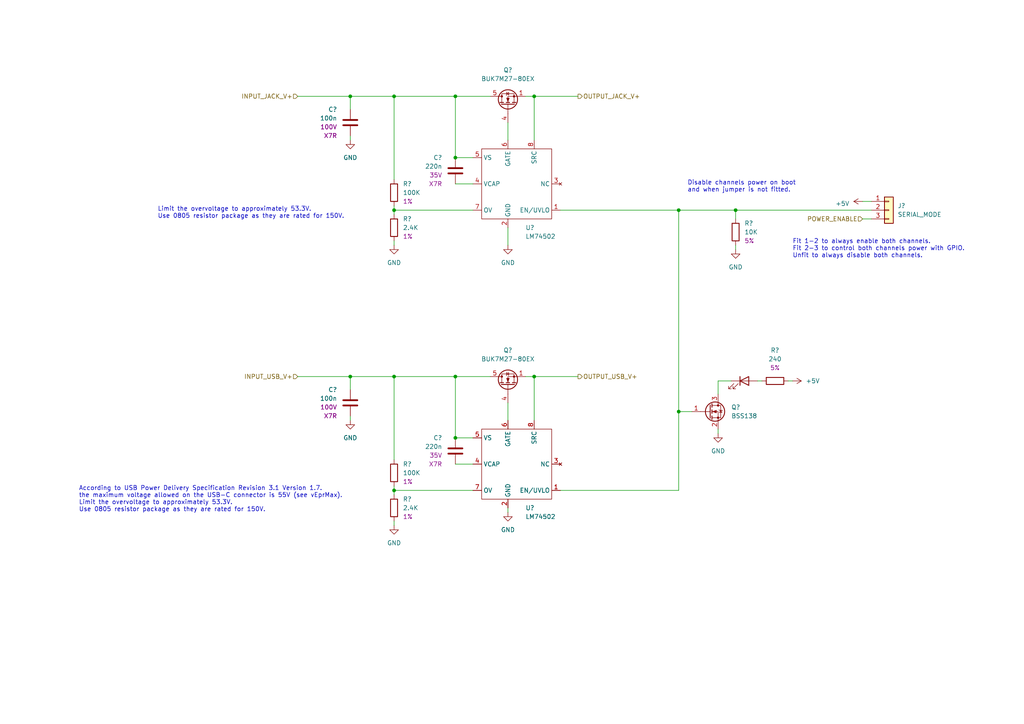
<source format=kicad_sch>
(kicad_sch (version 20230121) (generator eeschema)
  (paper "A4")
  (title_block (title "uCIme Lite power switches") (date "2023-03-27") (company "(C) BayLibre"))
  (lib_symbols
    (symbol "Connector_Generic:Conn_01x03" (pin_names (offset 1.016) hide)
      (property "Reference" "J" (at 0 5.08 0))
      (property "Value" "Conn_01x03" (at 0 -5.08 0))
      (symbol "Conn_01x03_1_1"
        (rectangle (start -1.27 -2.413) (end 0 -2.667) (stroke (width 0.1524)))
        (rectangle (start -1.27 0.127) (end 0 -0.127) (stroke (width 0.1524)))
        (rectangle (start -1.27 2.667) (end 0 2.413) (stroke (width 0.1524)))
        (rectangle (start -1.27 3.81) (end 1.27 -3.81) (stroke (width 0.254)) (fill (type background)))
        (pin passive line (at -5.08 2.54 0) (length 3.81) (name "Pin_1") (number "1"))
        (pin passive line (at -5.08 0 0) (length 3.81) (name "Pin_2") (number "2"))
        (pin passive line (at -5.08 -2.54 0) (length 3.81) (name "Pin_3") (number "3"))
      )
    )
    (symbol "Device:C" (pin_numbers hide) (pin_names (offset 0.254))
      (property "Reference" "C" (at 0.635 2.54 0))
      (property "Value" "C" (at 0.635 -2.54 0))
      (symbol "C_0_1"
        (polyline (pts (xy -2.032 -0.762) (xy 2.032 -0.762)) (stroke (width 0.508)))
        (polyline (pts (xy -2.032 0.762) (xy 2.032 0.762)) (stroke (width 0.508)))
      )
      (symbol "C_1_1"
        (pin passive line (at 0 3.81 270) (length 2.794) (name "~") (number "1"))
        (pin passive line (at 0 -3.81 90) (length 2.794) (name "~") (number "2"))
      )
    )
    (symbol "Device:LED" (pin_numbers hide) (pin_names (offset 1.016) hide)
      (property "Reference" "D" (at 0 2.54 0))
      (property "Value" "LED" (at 0 -2.54 0))
      (symbol "LED_0_1"
        (polyline (pts (xy -1.27 -1.27) (xy -1.27 1.27)) (stroke (width 0.254)))
        (polyline (pts (xy -1.27 0) (xy 1.27 0)))
        (polyline (pts (xy 1.27 -1.27) (xy 1.27 1.27) (xy -1.27 0) (xy 1.27 -1.27)) (stroke (width 0.254)))
        (polyline (pts (xy -3.048 -0.762) (xy -4.572 -2.286) (xy -3.81 -2.286) (xy -4.572 -2.286) (xy -4.572 -1.524)))
        (polyline (pts (xy -1.778 -0.762) (xy -3.302 -2.286) (xy -2.54 -2.286) (xy -3.302 -2.286) (xy -3.302 -1.524)))
      )
      (symbol "LED_1_1"
        (pin passive line (at -3.81 0 0) (length 2.54) (name "K") (number "1"))
        (pin passive line (at 3.81 0 180) (length 2.54) (name "A") (number "2"))
      )
    )
    (symbol "Device:R" (pin_numbers hide) (pin_names (offset 0))
      (property "Reference" "R" (at 2.032 0 90))
      (property "Value" "R" (at 0 0 90))
      (symbol "R_0_1"
        (rectangle (start -1.016 -2.54) (end 1.016 2.54) (stroke (width 0.254)))
      )
      (symbol "R_1_1"
        (pin passive line (at 0 3.81 270) (length 1.27) (name "~") (number "1"))
        (pin passive line (at 0 -3.81 90) (length 1.27) (name "~") (number "2"))
      )
    )
    (symbol "LM74502:LM74502"
      (property "Reference" "U" (at 1.27 -12.7 0))
      (property "Value" "LM74502" (at 5.08 -15.24 0))
      (symbol "LM74502_0_1"
        (rectangle (start -10.16 10.16) (end 10.16 -10.16))
      )
      (symbol "LM74502_1_1"
        (pin input line (at 12.7 -7.62 180) (length 2.54) (name "EN/UVLO") (number "1"))
        (pin power_in line (at -2.54 -12.7 90) (length 2.54) (name "GND") (number "2"))
        (pin no_connect line (at 12.7 0 180) (length 2.54) (name "NC") (number "3"))
        (pin passive line (at -12.7 0 0) (length 2.54) (name "VCAP") (number "4"))
        (pin passive line (at -12.7 7.62 0) (length 2.54) (name "VS") (number "5"))
        (pin passive line (at -2.54 12.7 270) (length 2.54) (name "GATE") (number "6"))
        (pin passive line (at -12.7 -7.62 0) (length 2.54) (name "OV") (number "7"))
        (pin passive line (at 5.08 12.7 270) (length 2.54) (name "SRC") (number "8"))
      )
    )
    (symbol "Transistor_FET:BSS138" (pin_names hide)
      (property "Reference" "Q" (at 5.08 1.905 0))
      (property "Value" "BSS138" (at 5.08 0 0))
      (symbol "BSS138_0_1"
        (polyline (pts (xy 0.254 0) (xy -2.54 0)))
        (polyline (pts (xy 0.254 1.905) (xy 0.254 -1.905)) (stroke (width 0.254)))
        (polyline (pts (xy 0.762 -1.27) (xy 0.762 -2.286)) (stroke (width 0.254)))
        (polyline (pts (xy 0.762 0.508) (xy 0.762 -0.508)) (stroke (width 0.254)))
        (polyline (pts (xy 0.762 2.286) (xy 0.762 1.27)) (stroke (width 0.254)))
        (polyline (pts (xy 2.54 2.54) (xy 2.54 1.778)))
        (polyline (pts (xy 2.54 -2.54) (xy 2.54 0) (xy 0.762 0)))
        (polyline (pts (xy 0.762 -1.778) (xy 3.302 -1.778) (xy 3.302 1.778) (xy 0.762 1.778)))
        (polyline (pts (xy 1.016 0) (xy 2.032 0.381) (xy 2.032 -0.381) (xy 1.016 0)) (fill (type outline)))
        (polyline (pts (xy 2.794 0.508) (xy 2.921 0.381) (xy 3.683 0.381) (xy 3.81 0.254)))
        (polyline (pts (xy 3.302 0.381) (xy 2.921 -0.254) (xy 3.683 -0.254) (xy 3.302 0.381)))
        (circle (center 1.651 0) (radius 2.794) (stroke (width 0.254)))
        (circle (center 2.54 -1.778) (radius 0.254) (fill (type outline)))
        (circle (center 2.54 1.778) (radius 0.254) (fill (type outline)))
      )
      (symbol "BSS138_1_1"
        (pin input line (at -5.08 0 0) (length 2.54) (name "G") (number "1"))
        (pin passive line (at 2.54 -5.08 90) (length 2.54) (name "S") (number "2"))
        (pin passive line (at 2.54 5.08 270) (length 2.54) (name "D") (number "3"))
      )
    )
    (symbol "Transistor_FET:BUK7M27-80EX" (pin_names hide)
      (property "Reference" "Q" (at 5.08 1.905 0))
      (property "Value" "BUK7M27-80EX" (at 5.08 0 0))
      (symbol "BUK7M27-80EX_0_1"
        (polyline (pts (xy 0.254 0) (xy -2.54 0)))
        (polyline (pts (xy 0.254 1.905) (xy 0.254 -1.905)) (stroke (width 0.254)))
        (polyline (pts (xy 0.762 -1.27) (xy 0.762 -2.286)) (stroke (width 0.254)))
        (polyline (pts (xy 0.762 0.508) (xy 0.762 -0.508)) (stroke (width 0.254)))
        (polyline (pts (xy 0.762 2.286) (xy 0.762 1.27)) (stroke (width 0.254)))
        (polyline (pts (xy 2.54 2.54) (xy 2.54 1.778)))
        (polyline (pts (xy 2.54 -2.54) (xy 2.54 0) (xy 0.762 0)))
        (polyline (pts (xy 0.762 -1.778) (xy 3.302 -1.778) (xy 3.302 1.778) (xy 0.762 1.778)))
        (polyline (pts (xy 1.016 0) (xy 2.032 0.381) (xy 2.032 -0.381) (xy 1.016 0)) (fill (type outline)))
        (polyline (pts (xy 2.794 0.508) (xy 2.921 0.381) (xy 3.683 0.381) (xy 3.81 0.254)))
        (polyline (pts (xy 3.302 0.381) (xy 2.921 -0.254) (xy 3.683 -0.254) (xy 3.302 0.381)))
        (circle (center 1.651 0) (radius 2.794) (stroke (width 0.254)))
        (circle (center 2.54 -1.778) (radius 0.254) (fill (type outline)))
        (circle (center 2.54 1.778) (radius 0.254) (fill (type outline)))
      )
      (symbol "BUK7M27-80EX_1_1"
        (pin passive line (at 2.54 -5.08 90) (length 2.54) (name "S") (number "1"))
        (pin passive line (at 2.54 -5.08 90) (length 2.54) hide (name "S") (number "2"))
        (pin passive line (at 2.54 -5.08 90) (length 2.54) hide (name "S") (number "3"))
        (pin passive line (at -5.08 0 0) (length 2.54) (name "G") (number "4"))
        (pin passive line (at 2.54 5.08 270) (length 2.54) (name "D") (number "5"))
      )
    )
    (symbol "power:+5V" (power) (pin_names (offset 0))
      (property "Value" "+5V" (at 0 3.556 0))
      (symbol "+5V_0_1"
        (polyline (pts (xy -0.762 1.27) (xy 0 2.54)))
        (polyline (pts (xy 0 0) (xy 0 2.54)))
        (polyline (pts (xy 0 2.54) (xy 0.762 1.27)))
      )
      (symbol "+5V_1_1"
        (pin power_in line (at 0 0 90) (length 0) hide (name "+5V") (number "1"))
      )
    )
    (symbol "power:GND" (power) (pin_names (offset 0))
      (property "Value" "GND" (at 0 -3.81 0))
      (symbol "GND_0_1"
        (polyline (pts (xy 0 0) (xy 0 -1.27) (xy 1.27 -1.27) (xy 0 -2.54) (xy -1.27 -1.27) (xy 0 -1.27)))
      )
      (symbol "GND_1_1"
        (pin power_in line (at 0 0 270) (length 0) hide (name "GND") (number "1"))
      )
    )
  )
  (junction (at 154.94 27.94))
  (junction (at 132.08 127))
  (junction (at 114.3 109.22))
  (junction (at 132.08 27.94))
  (junction (at 114.3 27.94))
  (junction (at 196.85 119.38))
  (junction (at 101.6 109.22))
  (junction (at 132.08 45.72))
  (junction (at 132.08 109.22))
  (junction (at 114.3 60.96))
  (junction (at 101.6 27.94))
  (junction (at 114.3 142.24))
  (junction (at 196.85 60.96))
  (junction (at 154.94 109.22))
  (junction (at 213.36 60.96))
  (wire (pts (xy 101.6 27.94) (xy 114.3 27.94)))
  (wire (pts (xy 132.08 109.22) (xy 142.24 109.22)))
  (wire (pts (xy 208.28 124.46) (xy 208.28 125.73)))
  (wire (pts (xy 152.4 27.94) (xy 154.94 27.94)))
  (wire (pts (xy 101.6 109.22) (xy 101.6 113.03)))
  (wire (pts (xy 132.08 45.72) (xy 137.16 45.72)))
  (wire (pts (xy 208.28 114.3) (xy 208.28 110.49)))
  (wire (pts (xy 162.56 60.96) (xy 196.85 60.96)))
  (wire (pts (xy 114.3 109.22) (xy 132.08 109.22)))
  (wire (pts (xy 114.3 60.96) (xy 137.16 60.96)))
  (wire (pts (xy 147.32 35.56) (xy 147.32 40.64)))
  (wire (pts (xy 162.56 142.24) (xy 196.85 142.24)))
  (wire (pts (xy 147.32 147.32) (xy 147.32 148.59)))
  (wire (pts (xy 213.36 60.96) (xy 252.73 60.96)))
  (wire (pts (xy 208.28 110.49) (xy 212.09 110.49)))
  (wire (pts (xy 114.3 60.96) (xy 114.3 62.23)))
  (wire (pts (xy 154.94 27.94) (xy 167.64 27.94)))
  (wire (pts (xy 154.94 27.94) (xy 154.94 40.64)))
  (wire (pts (xy 250.19 63.5) (xy 252.73 63.5)))
  (wire (pts (xy 154.94 109.22) (xy 167.64 109.22)))
  (wire (pts (xy 147.32 116.84) (xy 147.32 121.92)))
  (wire (pts (xy 114.3 109.22) (xy 114.3 133.35)))
  (wire (pts (xy 228.6 110.49) (xy 229.87 110.49)))
  (wire (pts (xy 154.94 109.22) (xy 154.94 121.92)))
  (wire (pts (xy 196.85 142.24) (xy 196.85 119.38)))
  (wire (pts (xy 196.85 119.38) (xy 196.85 60.96)))
  (wire (pts (xy 86.36 27.94) (xy 101.6 27.94)))
  (wire (pts (xy 114.3 27.94) (xy 114.3 52.07)))
  (wire (pts (xy 114.3 151.13) (xy 114.3 152.4)))
  (wire (pts (xy 196.85 60.96) (xy 213.36 60.96)))
  (wire (pts (xy 132.08 109.22) (xy 132.08 127)))
  (wire (pts (xy 196.85 119.38) (xy 200.66 119.38)))
  (wire (pts (xy 101.6 120.65) (xy 101.6 121.92)))
  (wire (pts (xy 152.4 109.22) (xy 154.94 109.22)))
  (wire (pts (xy 114.3 142.24) (xy 114.3 143.51)))
  (wire (pts (xy 114.3 142.24) (xy 137.16 142.24)))
  (wire (pts (xy 213.36 63.5) (xy 213.36 60.96)))
  (wire (pts (xy 250.19 58.42) (xy 252.73 58.42)))
  (wire (pts (xy 219.71 110.49) (xy 220.98 110.49)))
  (wire (pts (xy 132.08 134.62) (xy 137.16 134.62)))
  (wire (pts (xy 132.08 127) (xy 137.16 127)))
  (wire (pts (xy 114.3 27.94) (xy 132.08 27.94)))
  (wire (pts (xy 101.6 39.37) (xy 101.6 40.64)))
  (wire (pts (xy 114.3 69.85) (xy 114.3 71.12)))
  (wire (pts (xy 101.6 109.22) (xy 114.3 109.22)))
  (wire (pts (xy 132.08 27.94) (xy 132.08 45.72)))
  (wire (pts (xy 213.36 71.12) (xy 213.36 72.39)))
  (wire (pts (xy 147.32 66.04) (xy 147.32 71.12)))
  (wire (pts (xy 114.3 59.69) (xy 114.3 60.96)))
  (wire (pts (xy 86.36 109.22) (xy 101.6 109.22)))
  (wire (pts (xy 101.6 27.94) (xy 101.6 31.75)))
  (wire (pts (xy 132.08 27.94) (xy 142.24 27.94)))
  (wire (pts (xy 114.3 140.97) (xy 114.3 142.24)))
  (wire (pts (xy 132.08 53.34) (xy 137.16 53.34)))
  (text "According to USB Power Delivery Specification Revision 3.1 Version 1.7.\nthe maximum voltage allowed on the USB-C connector is 55V (see vEprMax).\nLimit the overvoltage to approximately 53.3V.\nUse 0805 resistor package as they are rated for 150V." (at 22.86 148.59 0) (effects (font (size 1.27 1.27)) (justify left bottom)))
  (text "Disable channels power on boot\nand when jumper is not fitted." (at 199.39 55.88 0) (effects (font (size 1.27 1.27)) (justify left bottom)))
  (text "Fit 1-2 to always enable both channels.\nFit 2-3 to control both channels power with GPIO.\nUnfit to always disable both channels." (at 229.87 74.93 0) (effects (font (size 1.27 1.27)) (justify left bottom)))
  (text "Limit the overvoltage to approximately 53.3V.\nUse 0805 resistor package as they are rated for 150V." (at 45.72 63.5 0) (effects (font (size 1.27 1.27)) (justify left bottom)))
  (hierarchical_label "POWER_ENABLE" (shape input) (at 250.19 63.5 180))
  (hierarchical_label "INPUT_JACK_V+" (shape input) (at 86.36 27.94 180))
  (hierarchical_label "INPUT_USB_V+" (shape input) (at 86.36 109.22 180))
  (hierarchical_label "OUTPUT_JACK_V+" (shape output) (at 167.64 27.94 0))
  (hierarchical_label "OUTPUT_USB_V+" (shape output) (at 167.64 109.22 0))
  (symbol (lib_id "power:GND") (at 147.32 148.59 0) (unit 1)
    (property "Reference" "#PWR0114" (effects hide))
    (property "Value" "GND" (at 147.32 153.67 0))
  )
  (symbol (lib_id "power:GND") (at 213.36 72.39 0) (unit 1)
    (property "Reference" "#PWR0115" (effects hide))
    (property "Value" "GND" (at 213.36 77.47 0))
  )
  (symbol (lib_id "Device:C") (at 132.08 130.81 0) (unit 1)
    (property "Reference" "C?" (at 128.27 126.9999 0) (effects (justify right)))
    (property "Value" "220n" (at 128.27 129.5399 0) (effects (justify right)))
    (property "Footprint" "Capacitor_SMD:C_0805_2012Metric" (effects hide))
    (property "PartNumber" "CL21B224KBFNNNE" (effects hide))
    (property "Value1" "35V" (at 128.27 132.0799 0) (effects (justify right)))
    (property "Value2" "X7R" (at 128.27 134.6199 0) (effects (justify right)))
  )
  (symbol (lib_id "Device:R") (at 114.3 147.32 0) (unit 1)
    (property "Reference" "R?" (at 116.84 144.7799 0) (effects (justify left)))
    (property "Value" "2.4K" (at 116.84 147.3199 0) (effects (justify left)))
    (property "Footprint" "Resistor_SMD:R_0805_2012Metric" (effects hide))
    (property "PartNumber" "RC0805FR-072K4L" (effects hide))
    (property "Value1" "1%" (at 116.84 149.8599 0) (effects (justify left)))
  )
  (symbol (lib_id "Transistor_FET:BUK7M27-80EX") (at 147.32 111.76 90) (unit 1)
    (property "Reference" "Q?" (at 147.32 101.6 90))
    (property "Value" "BUK7M27-80EX" (at 147.32 104.14 90))
    (property "Footprint" "Package_TO_SOT_SMD:LFPAK33" (effects hide))
    (property "Datasheet" "https://assets.nexperia.com/documents/data-sheet/BUK7M27-80E.pdf" (effects hide))
  )
  (symbol (lib_id "power:GND") (at 114.3 71.12 0) (unit 1)
    (property "Reference" "#PWR0121" (effects hide))
    (property "Value" "GND" (at 114.3 76.2 0))
  )
  (symbol (lib_id "Device:C") (at 132.08 49.53 0) (unit 1)
    (property "Reference" "C?" (at 128.27 45.7199 0) (effects (justify right)))
    (property "Value" "220n" (at 128.27 48.2599 0) (effects (justify right)))
    (property "Footprint" "Capacitor_SMD:C_0805_2012Metric" (effects hide))
    (property "PartNumber" "CL21B224KBFNNNE" (effects hide))
    (property "Value1" "35V" (at 128.27 50.7999 0) (effects (justify right)))
    (property "Value2" "X7R" (at 128.27 53.3399 0) (effects (justify right)))
  )
  (symbol (lib_id "power:+5V") (at 250.19 58.42 90) (unit 1)
    (property "Reference" "#PWR01" (effects hide))
    (property "Value" "+5V" (at 246.38 59.055 90) (effects (justify left)))
  )
  (symbol (lib_id "power:GND") (at 208.28 125.73 0) (unit 1)
    (property "Reference" "#PWR0116" (effects hide))
    (property "Value" "GND" (at 208.28 130.81 0))
  )
  (symbol (lib_id "Device:C") (at 101.6 35.56 0) (unit 1)
    (property "Reference" "C?" (at 97.79 31.7499 0) (effects (justify right)))
    (property "Value" "100n" (at 97.79 34.2899 0) (effects (justify right)))
    (property "Footprint" "Capacitor_SMD:C_0805_2012Metric" (effects hide))
    (property "PartNumber" "CL21B104KCFNNNE" (effects hide))
    (property "Value1" "100V" (at 97.79 36.8299 0) (effects (justify right)))
    (property "Value2" "X7R" (at 97.79 39.3699 0) (effects (justify right)))
  )
  (symbol (lib_id "power:GND") (at 101.6 121.92 0) (unit 1)
    (property "Reference" "#PWR0123" (effects hide))
    (property "Value" "GND" (at 101.6 127 0))
  )
  (symbol (lib_id "LM74502:LM74502") (at 149.86 134.62 0) (unit 1)
    (property "Reference" "U?" (at 152.4 147.32 0) (effects (justify left)))
    (property "Value" "LM74502" (at 152.4 149.86 0) (effects (justify left)))
    (property "Footprint" "Package_TO_SOT_SMD:SOT-23-8" (effects hide))
  )
  (symbol (lib_id "Device:LED") (at 215.9 110.49 0) (unit 1)
    (property "Reference" "D?" (at 214.3125 104.14 0))
    (property "Value" "POWER_SWITCH" (at 212.09 106.68 0))
    (property "Reference" "D?" (effects hide))
    (property "Value" "POWER_SWITCH" (effects hide))
  )
  (symbol (lib_id "power:GND") (at 101.6 40.64 0) (unit 1)
    (property "Reference" "#PWR0120" (effects hide))
    (property "Value" "GND" (at 101.6 45.72 0))
  )
  (symbol (lib_id "power:GND") (at 147.32 71.12 0) (unit 1)
    (property "Reference" "#PWR0118" (effects hide))
    (property "Value" "GND" (at 147.32 76.2 0))
  )
  (symbol (lib_id "LM74502:LM74502") (at 149.86 53.34 0) (unit 1)
    (property "Reference" "U?" (at 152.4 66.04 0) (effects (justify left)))
    (property "Value" "LM74502" (at 152.4 68.58 0) (effects (justify left)))
    (property "Footprint" "Package_TO_SOT_SMD:SOT-23-8" (effects hide))
  )
  (symbol (lib_id "power:GND") (at 114.3 152.4 0) (unit 1)
    (property "Reference" "#PWR0122" (effects hide))
    (property "Value" "GND" (at 114.3 157.48 0))
  )
  (symbol (lib_id "power:+5V") (at 229.87 110.49 270) (unit 1)
    (property "Reference" "#PWR0119" (effects hide))
    (property "Value" "+5V" (at 233.68 110.4899 90) (effects (justify left)))
  )
  (symbol (lib_id "Device:C") (at 101.6 116.84 0) (unit 1)
    (property "Reference" "C?" (at 97.79 113.0299 0) (effects (justify right)))
    (property "Value" "100n" (at 97.79 115.5699 0) (effects (justify right)))
    (property "Footprint" "Capacitor_SMD:C_0805_2012Metric" (effects hide))
    (property "PartNumber" "CL21B104KCFNNNE" (effects hide))
    (property "Value1" "100V" (at 97.79 118.1099 0) (effects (justify right)))
    (property "Value2" "X7R" (at 97.79 120.6499 0) (effects (justify right)))
  )
  (symbol (lib_id "Device:R") (at 114.3 66.04 0) (unit 1)
    (property "Reference" "R?" (at 116.84 63.4999 0) (effects (justify left)))
    (property "Value" "2.4K" (at 116.84 66.0399 0) (effects (justify left)))
    (property "Footprint" "Resistor_SMD:R_0805_2012Metric" (effects hide))
    (property "PartNumber" "RC0805FR-072K4L" (effects hide))
    (property "Value1" "1%" (at 116.84 68.5799 0) (effects (justify left)))
  )
  (symbol (lib_id "Device:R") (at 114.3 137.16 0) (unit 1)
    (property "Reference" "R?" (at 116.84 134.6199 0) (effects (justify left)))
    (property "Value" "100K" (at 116.84 137.1599 0) (effects (justify left)))
    (property "Footprint" "Resistor_SMD:R_0805_2012Metric" (effects hide))
    (property "PartNumber" "RMCF0805FT100K" (effects hide))
    (property "Value1" "1%" (at 116.84 139.6999 0) (effects (justify left)))
  )
  (symbol (lib_id "Device:R") (at 114.3 55.88 0) (unit 1)
    (property "Reference" "R?" (at 116.84 53.3399 0) (effects (justify left)))
    (property "Value" "100K" (at 116.84 55.8799 0) (effects (justify left)))
    (property "Footprint" "Resistor_SMD:R_0805_2012Metric" (effects hide))
    (property "PartNumber" "RMCF0805FT100K" (effects hide))
    (property "Value1" "1%" (at 116.84 58.4199 0) (effects (justify left)))
  )
  (symbol (lib_id "Transistor_FET:BUK7M27-80EX") (at 147.32 30.48 90) (unit 1)
    (property "Reference" "Q?" (at 147.32 20.32 90))
    (property "Value" "BUK7M27-80EX" (at 147.32 22.86 90))
    (property "Footprint" "Package_TO_SOT_SMD:LFPAK33" (effects hide))
    (property "Datasheet" "https://assets.nexperia.com/documents/data-sheet/BUK7M27-80E.pdf" (effects hide))
  )
  (symbol (lib_id "Transistor_FET:BSS138") (at 205.74 119.38 0) (unit 1)
    (property "Reference" "Q?" (at 212.09 118.1099 0) (effects (justify left)))
    (property "Value" "BSS138" (at 212.09 120.6499 0) (effects (justify left)))
    (property "Footprint" "Package_TO_SOT_SMD:SOT-23" (effects hide))
    (property "Datasheet" "https://www.onsemi.com/pub/Collateral/BSS138-D.PDF" (effects hide))
    (property "PartNumber" "BSS138P,215" (effects hide))
  )
  (symbol (lib_id "Device:R") (at 224.79 110.49 90) (unit 1)
    (property "Reference" "R?" (at 224.79 101.6 90))
    (property "Value" "240" (at 224.79 104.14 90))
    (property "Footprint" "Resistor_SMD:R_1206_3216Metric" (effects hide))
    (property "Value1" "5%" (at 224.79 106.68 90))
  )
  (symbol (lib_id "Connector_Generic:Conn_01x03") (at 257.81 60.96 0) (unit 1)
    (property "Reference" "J?" (at 260.35 59.6899 0) (effects (justify left)))
    (property "Value" "SERIAL_MODE" (at 260.35 62.2299 0) (effects (justify left)))
  )
  (symbol (lib_id "Device:R") (at 213.36 67.31 0) (unit 1)
    (property "Reference" "R?" (at 215.9 64.7699 0) (effects (justify left)))
    (property "Value" "10K" (at 215.9 67.3099 0) (effects (justify left)))
    (property "Footprint" "Resistor_SMD:R_0603_1608Metric" (effects hide))
    (property "Value1" "5%" (at 215.9 69.8499 0) (effects (justify left)))
  )
)
</source>
